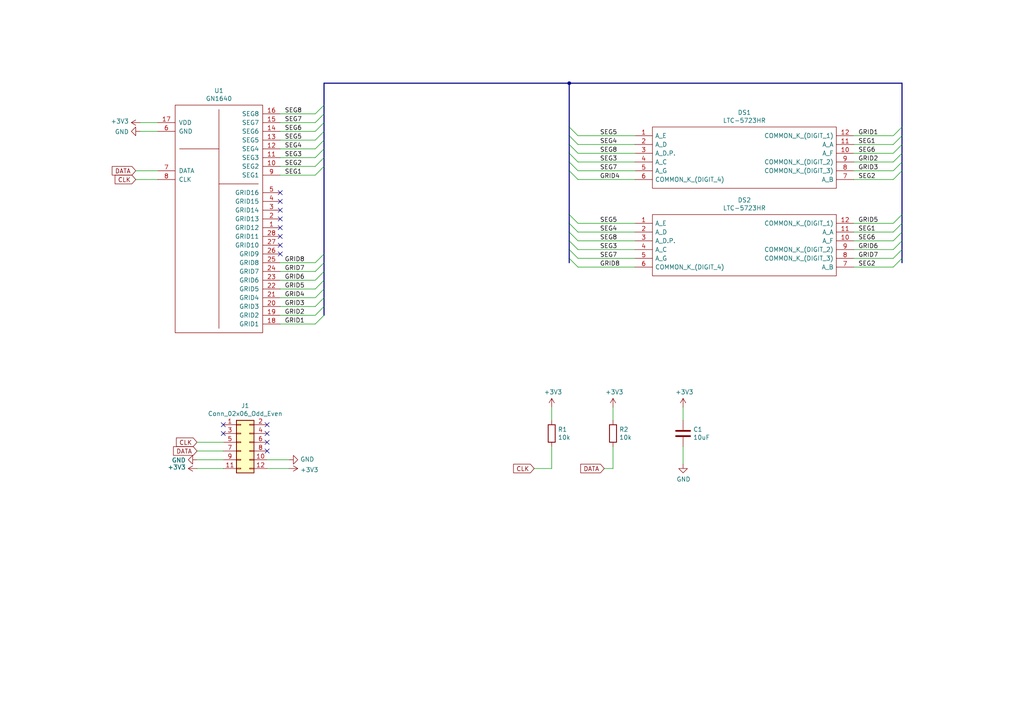
<source format=kicad_sch>
(kicad_sch (version 20211123) (generator eeschema)
  (paper "A4")
  (lib_symbols
    (symbol "Connector_Generic:Conn_02x06_Odd_Even" (pin_names (offset 1.016) hide)
      (property "Reference" "J" (at 1.27 7.62 0))
      (property "Value" "Conn_02x06_Odd_Even" (at 1.27 -10.16 0))
      (symbol "Conn_02x06_Odd_Even_1_1"
        (rectangle (start -1.27 -7.493) (end 0 -7.747) (stroke (width 0.1524)))
        (rectangle (start -1.27 -4.953) (end 0 -5.207) (stroke (width 0.1524)))
        (rectangle (start -1.27 -2.413) (end 0 -2.667) (stroke (width 0.1524)))
        (rectangle (start -1.27 0.127) (end 0 -0.127) (stroke (width 0.1524)))
        (rectangle (start -1.27 2.667) (end 0 2.413) (stroke (width 0.1524)))
        (rectangle (start -1.27 5.207) (end 0 4.953) (stroke (width 0.1524)))
        (rectangle (start -1.27 6.35) (end 3.81 -8.89) (stroke (width 0.254)) (fill (type background)))
        (rectangle (start 3.81 -7.493) (end 2.54 -7.747) (stroke (width 0.1524)))
        (rectangle (start 3.81 -4.953) (end 2.54 -5.207) (stroke (width 0.1524)))
        (rectangle (start 3.81 -2.413) (end 2.54 -2.667) (stroke (width 0.1524)))
        (rectangle (start 3.81 0.127) (end 2.54 -0.127) (stroke (width 0.1524)))
        (rectangle (start 3.81 2.667) (end 2.54 2.413) (stroke (width 0.1524)))
        (rectangle (start 3.81 5.207) (end 2.54 4.953) (stroke (width 0.1524)))
        (pin passive line (at -5.08 5.08 0) (length 3.81) (name "Pin_1") (number "1"))
        (pin passive line (at 7.62 -5.08 180) (length 3.81) (name "Pin_10") (number "10"))
        (pin passive line (at -5.08 -7.62 0) (length 3.81) (name "Pin_11") (number "11"))
        (pin passive line (at 7.62 -7.62 180) (length 3.81) (name "Pin_12") (number "12"))
        (pin passive line (at 7.62 5.08 180) (length 3.81) (name "Pin_2") (number "2"))
        (pin passive line (at -5.08 2.54 0) (length 3.81) (name "Pin_3") (number "3"))
        (pin passive line (at 7.62 2.54 180) (length 3.81) (name "Pin_4") (number "4"))
        (pin passive line (at -5.08 0 0) (length 3.81) (name "Pin_5") (number "5"))
        (pin passive line (at 7.62 0 180) (length 3.81) (name "Pin_6") (number "6"))
        (pin passive line (at -5.08 -2.54 0) (length 3.81) (name "Pin_7") (number "7"))
        (pin passive line (at 7.62 -2.54 180) (length 3.81) (name "Pin_8") (number "8"))
        (pin passive line (at -5.08 -5.08 0) (length 3.81) (name "Pin_9") (number "9"))
      )
    )
    (symbol "Device:C" (pin_numbers hide) (pin_names (offset 0.254))
      (property "Reference" "C" (at 0.635 2.54 0))
      (property "Value" "C" (at 0.635 -2.54 0))
      (symbol "C_0_1"
        (polyline (pts (xy -2.032 -0.762) (xy 2.032 -0.762)) (stroke (width 0.508)))
        (polyline (pts (xy -2.032 0.762) (xy 2.032 0.762)) (stroke (width 0.508)))
      )
      (symbol "C_1_1"
        (pin passive line (at 0 3.81 270) (length 2.794) (name "~") (number "1"))
        (pin passive line (at 0 -3.81 90) (length 2.794) (name "~") (number "2"))
      )
    )
    (symbol "Device:R" (pin_numbers hide) (pin_names (offset 0))
      (property "Reference" "R" (at 2.032 0 90))
      (property "Value" "R" (at 0 0 90))
      (symbol "R_0_1"
        (rectangle (start -1.016 -2.54) (end 1.016 2.54) (stroke (width 0.254)))
      )
      (symbol "R_1_1"
        (pin passive line (at 0 3.81 270) (length 1.27) (name "~") (number "1"))
        (pin passive line (at 0 -3.81 90) (length 1.27) (name "~") (number "2"))
      )
    )
    (symbol "JJH_Library:GN1640" (pin_names (offset 1.016))
      (property "Reference" "U" (at 11.43 -27.94 0))
      (property "Value" "JJH_Library_GN1640" (at 0 40.64 0))
      (symbol "GN1640_0_1"
        (rectangle (start 0 16.51) (end 11.43 16.51))
        (rectangle (start 0 26.67) (end -11.43 26.67))
        (rectangle (start 0 38.1) (end 0 -25.4))
        (rectangle (start 12.7 39.37) (end -12.7 -26.67))
      )
      (symbol "GN1640_1_1"
        (pin output line (at 17.78 3.81 180) (length 5.08) (name "GRID12") (number "1"))
        (pin output line (at 17.78 21.59 180) (length 5.08) (name "SEG2") (number "10"))
        (pin output line (at 17.78 24.13 180) (length 5.08) (name "SEG3") (number "11"))
        (pin output line (at 17.78 26.67 180) (length 5.08) (name "SEG4") (number "12"))
        (pin output line (at 17.78 29.21 180) (length 5.08) (name "SEG5") (number "13"))
        (pin output line (at 17.78 31.75 180) (length 5.08) (name "SEG6") (number "14"))
        (pin output line (at 17.78 34.29 180) (length 5.08) (name "SEG7") (number "15"))
        (pin output line (at 17.78 36.83 180) (length 5.08) (name "SEG8") (number "16"))
        (pin power_in line (at -17.78 34.29 0) (length 5.08) (name "VDD") (number "17"))
        (pin output line (at 17.78 -24.13 180) (length 5.08) (name "GRID1") (number "18"))
        (pin output line (at 17.78 -21.59 180) (length 5.08) (name "GRID2") (number "19"))
        (pin output line (at 17.78 6.35 180) (length 5.08) (name "GRID13") (number "2"))
        (pin output line (at 17.78 -19.05 180) (length 5.08) (name "GRID3") (number "20"))
        (pin output line (at 17.78 -16.51 180) (length 5.08) (name "GRID4") (number "21"))
        (pin output line (at 17.78 -13.97 180) (length 5.08) (name "GRID5") (number "22"))
        (pin output line (at 17.78 -11.43 180) (length 5.08) (name "GRID6") (number "23"))
        (pin output line (at 17.78 -8.89 180) (length 5.08) (name "GRID7") (number "24"))
        (pin output line (at 17.78 -6.35 180) (length 5.08) (name "GRID8") (number "25"))
        (pin output line (at 17.78 -3.81 180) (length 5.08) (name "GRID9") (number "26"))
        (pin output line (at 17.78 -1.27 180) (length 5.08) (name "GRID10") (number "27"))
        (pin output line (at 17.78 1.27 180) (length 5.08) (name "GRID11") (number "28"))
        (pin output line (at 17.78 8.89 180) (length 5.08) (name "GRID14") (number "3"))
        (pin output line (at 17.78 11.43 180) (length 5.08) (name "GRID15") (number "4"))
        (pin output line (at 17.78 13.97 180) (length 5.08) (name "GRID16") (number "5"))
        (pin input line (at -17.78 31.75 0) (length 5.08) (name "GND") (number "6"))
        (pin input line (at -17.78 20.32 0) (length 5.08) (name "DATA") (number "7"))
        (pin input line (at -17.78 17.78 0) (length 5.08) (name "CLK") (number "8"))
        (pin output line (at 17.78 19.05 180) (length 5.08) (name "SEG1") (number "9"))
      )
    )
    (symbol "JJH_Library:LTC-5723HR" (pin_names (offset 0.762))
      (property "Reference" "DS" (at 59.69 7.62 0))
      (property "Value" "JJH_Library_LTC-5723HR" (at 59.69 5.08 0))
      (symbol "LTC-5723HR_0_0"
        (pin passive line (at 0 0 0) (length 5.08) (name "A_E") (number "1"))
        (pin passive line (at 63.5 -5.08 180) (length 5.08) (name "A_F") (number "10"))
        (pin passive line (at 63.5 -2.54 180) (length 5.08) (name "A_A") (number "11"))
        (pin passive line (at 63.5 0 180) (length 5.08) (name "COMMON_K_(DIGIT_1)") (number "12"))
        (pin passive line (at 0 -2.54 0) (length 5.08) (name "A_D") (number "2"))
        (pin passive line (at 0 -5.08 0) (length 5.08) (name "A_D.P.") (number "3"))
        (pin passive line (at 0 -7.62 0) (length 5.08) (name "A_C") (number "4"))
        (pin passive line (at 0 -10.16 0) (length 5.08) (name "A_G") (number "5"))
        (pin passive line (at 0 -12.7 0) (length 5.08) (name "COMMON_K_(DIGIT_4)") (number "6"))
        (pin passive line (at 63.5 -12.7 180) (length 5.08) (name "A_B") (number "7"))
        (pin passive line (at 63.5 -10.16 180) (length 5.08) (name "COMMON_K_(DIGIT_3)") (number "8"))
        (pin passive line (at 63.5 -7.62 180) (length 5.08) (name "COMMON_K_(DIGIT_2)") (number "9"))
      )
      (symbol "LTC-5723HR_0_1"
        (polyline (pts (xy 5.08 2.54) (xy 58.42 2.54) (xy 58.42 -15.24) (xy 5.08 -15.24) (xy 5.08 2.54)) (stroke (width 0.1524)))
      )
    )
    (symbol "power:+3V3" (power) (pin_names (offset 0))
      (property "Value" "+3V3" (at 0 3.556 0))
      (symbol "+3V3_0_1"
        (polyline (pts (xy -0.762 1.27) (xy 0 2.54)))
        (polyline (pts (xy 0 0) (xy 0 2.54)))
        (polyline (pts (xy 0 2.54) (xy 0.762 1.27)))
      )
      (symbol "+3V3_1_1"
        (pin power_in line (at 0 0 90) (length 0) hide (name "+3V3") (number "1"))
      )
    )
    (symbol "power:GND" (power) (pin_names (offset 0))
      (property "Value" "GND" (at 0 -3.81 0))
      (symbol "GND_0_1"
        (polyline (pts (xy 0 0) (xy 0 -1.27) (xy 1.27 -1.27) (xy 0 -2.54) (xy -1.27 -1.27) (xy 0 -1.27)))
      )
      (symbol "GND_1_1"
        (pin power_in line (at 0 0 270) (length 0) hide (name "GND") (number "1"))
      )
    )
  )
  (junction (at 165.1 24.13))
  (no_connect (at 81.28 71.12))
  (no_connect (at 81.28 58.42))
  (no_connect (at 77.47 123.19))
  (no_connect (at 64.77 123.19))
  (no_connect (at 81.28 68.58))
  (no_connect (at 77.47 128.27))
  (no_connect (at 77.47 130.81))
  (no_connect (at 81.28 66.04))
  (no_connect (at 81.28 73.66))
  (no_connect (at 77.47 125.73))
  (no_connect (at 81.28 63.5))
  (no_connect (at 81.28 55.88))
  (no_connect (at 81.28 60.96))
  (no_connect (at 64.77 125.73))
  (bus_entry (at 93.98 48.26) (size -2.54 2.54))
  (bus_entry (at 165.1 36.83) (size 2.54 2.54))
  (bus_entry (at 259.08 41.91) (size 2.54 -2.54))
  (bus_entry (at 165.1 46.99) (size 2.54 2.54))
  (bus_entry (at 259.08 52.07) (size 2.54 -2.54))
  (bus_entry (at 93.98 35.56) (size -2.54 2.54))
  (bus_entry (at 259.08 74.93) (size 2.54 -2.54))
  (bus_entry (at 93.98 78.74) (size -2.54 2.54))
  (bus_entry (at 93.98 38.1) (size -2.54 2.54))
  (bus_entry (at 165.1 67.31) (size 2.54 2.54))
  (bus_entry (at 259.08 49.53) (size 2.54 -2.54))
  (bus_entry (at 165.1 41.91) (size 2.54 2.54))
  (bus_entry (at 259.08 39.37) (size 2.54 -2.54))
  (bus_entry (at 165.1 64.77) (size 2.54 2.54))
  (bus_entry (at 93.98 81.28) (size -2.54 2.54))
  (bus_entry (at 259.08 69.85) (size 2.54 -2.54))
  (bus_entry (at 93.98 40.64) (size -2.54 2.54))
  (bus_entry (at 93.98 33.02) (size -2.54 2.54))
  (bus_entry (at 93.98 73.66) (size -2.54 2.54))
  (bus_entry (at 93.98 76.2) (size -2.54 2.54))
  (bus_entry (at 93.98 83.82) (size -2.54 2.54))
  (bus_entry (at 165.1 62.23) (size 2.54 2.54))
  (bus_entry (at 259.08 77.47) (size 2.54 -2.54))
  (bus_entry (at 259.08 67.31) (size 2.54 -2.54))
  (bus_entry (at 165.1 44.45) (size 2.54 2.54))
  (bus_entry (at 259.08 72.39) (size 2.54 -2.54))
  (bus_entry (at 259.08 64.77) (size 2.54 -2.54))
  (bus_entry (at 165.1 49.53) (size 2.54 2.54))
  (bus_entry (at 93.98 43.18) (size -2.54 2.54))
  (bus_entry (at 259.08 46.99) (size 2.54 -2.54))
  (bus_entry (at 93.98 45.72) (size -2.54 2.54))
  (bus_entry (at 259.08 44.45) (size 2.54 -2.54))
  (bus_entry (at 165.1 69.85) (size 2.54 2.54))
  (bus_entry (at 165.1 72.39) (size 2.54 2.54))
  (bus_entry (at 93.98 91.44) (size -2.54 2.54))
  (bus_entry (at 93.98 86.36) (size -2.54 2.54))
  (bus_entry (at 93.98 88.9) (size -2.54 2.54))
  (bus_entry (at 165.1 74.93) (size 2.54 2.54))
  (bus_entry (at 93.98 30.48) (size -2.54 2.54))
  (bus_entry (at 165.1 39.37) (size 2.54 2.54))
  (bus (pts (xy 261.62 39.37) (xy 261.62 41.91)))
  (wire (pts (xy 247.65 67.31) (xy 259.08 67.31)))
  (bus (pts (xy 261.62 49.53) (xy 261.62 62.23)))
  (bus (pts (xy 261.62 67.31) (xy 261.62 69.85)))
  (bus (pts (xy 93.98 73.66) (xy 93.98 76.2)))
  (bus (pts (xy 261.62 69.85) (xy 261.62 72.39)))
  (bus (pts (xy 93.98 43.18) (xy 93.98 45.72)))
  (bus (pts (xy 165.1 74.93) (xy 165.1 76.2)))
  (bus (pts (xy 261.62 72.39) (xy 261.62 74.93)))
  (bus (pts (xy 261.62 41.91) (xy 261.62 44.45)))
  (wire (pts (xy 177.8 135.89) (xy 177.8 129.54)))
  (wire (pts (xy 160.02 121.92) (xy 160.02 118.11)))
  (wire (pts (xy 81.28 33.02) (xy 91.44 33.02)))
  (wire (pts (xy 81.28 88.9) (xy 91.44 88.9)))
  (wire (pts (xy 64.77 130.81) (xy 57.15 130.81)))
  (wire (pts (xy 184.15 46.99) (xy 167.64 46.99)))
  (bus (pts (xy 165.1 46.99) (xy 165.1 49.53)))
  (wire (pts (xy 160.02 129.54) (xy 160.02 135.89)))
  (wire (pts (xy 91.44 45.72) (xy 81.28 45.72)))
  (bus (pts (xy 93.98 86.36) (xy 93.98 88.9)))
  (wire (pts (xy 198.12 129.54) (xy 198.12 134.62)))
  (bus (pts (xy 93.98 81.28) (xy 93.98 83.82)))
  (wire (pts (xy 175.26 135.89) (xy 177.8 135.89)))
  (wire (pts (xy 259.08 39.37) (xy 247.65 39.37)))
  (wire (pts (xy 198.12 121.92) (xy 198.12 118.11)))
  (bus (pts (xy 165.1 72.39) (xy 165.1 74.93)))
  (bus (pts (xy 165.1 36.83) (xy 165.1 39.37)))
  (bus (pts (xy 93.98 83.82) (xy 93.98 86.36)))
  (wire (pts (xy 259.08 69.85) (xy 247.65 69.85)))
  (wire (pts (xy 247.65 46.99) (xy 259.08 46.99)))
  (wire (pts (xy 247.65 52.07) (xy 259.08 52.07)))
  (bus (pts (xy 165.1 39.37) (xy 165.1 41.91)))
  (bus (pts (xy 165.1 67.31) (xy 165.1 69.85)))
  (wire (pts (xy 91.44 86.36) (xy 81.28 86.36)))
  (wire (pts (xy 77.47 135.89) (xy 83.82 135.89)))
  (wire (pts (xy 81.28 43.18) (xy 91.44 43.18)))
  (wire (pts (xy 91.44 35.56) (xy 81.28 35.56)))
  (wire (pts (xy 39.37 52.07) (xy 45.72 52.07)))
  (bus (pts (xy 93.98 88.9) (xy 93.98 91.44)))
  (bus (pts (xy 165.1 41.91) (xy 165.1 44.45)))
  (bus (pts (xy 93.98 35.56) (xy 93.98 38.1)))
  (wire (pts (xy 259.08 44.45) (xy 247.65 44.45)))
  (wire (pts (xy 83.82 133.35) (xy 77.47 133.35)))
  (wire (pts (xy 167.64 44.45) (xy 184.15 44.45)))
  (wire (pts (xy 81.28 38.1) (xy 91.44 38.1)))
  (wire (pts (xy 167.64 39.37) (xy 184.15 39.37)))
  (bus (pts (xy 93.98 38.1) (xy 93.98 40.64)))
  (wire (pts (xy 184.15 67.31) (xy 167.64 67.31)))
  (bus (pts (xy 93.98 40.64) (xy 93.98 43.18)))
  (wire (pts (xy 177.8 121.92) (xy 177.8 118.11)))
  (wire (pts (xy 91.44 50.8) (xy 81.28 50.8)))
  (bus (pts (xy 261.62 36.83) (xy 261.62 39.37)))
  (bus (pts (xy 165.1 44.45) (xy 165.1 46.99)))
  (wire (pts (xy 247.65 72.39) (xy 259.08 72.39)))
  (wire (pts (xy 160.02 135.89) (xy 154.94 135.89)))
  (wire (pts (xy 45.72 49.53) (xy 39.37 49.53)))
  (wire (pts (xy 259.08 64.77) (xy 247.65 64.77)))
  (bus (pts (xy 93.98 24.13) (xy 93.98 30.48)))
  (bus (pts (xy 165.1 49.53) (xy 165.1 62.23)))
  (wire (pts (xy 91.44 40.64) (xy 81.28 40.64)))
  (wire (pts (xy 57.15 133.35) (xy 64.77 133.35)))
  (wire (pts (xy 45.72 35.56) (xy 40.64 35.56)))
  (bus (pts (xy 93.98 45.72) (xy 93.98 48.26)))
  (bus (pts (xy 93.98 30.48) (xy 93.98 33.02)))
  (wire (pts (xy 167.64 69.85) (xy 184.15 69.85)))
  (wire (pts (xy 81.28 76.2) (xy 91.44 76.2)))
  (wire (pts (xy 184.15 41.91) (xy 167.64 41.91)))
  (bus (pts (xy 165.1 64.77) (xy 165.1 67.31)))
  (wire (pts (xy 81.28 78.74) (xy 91.44 78.74)))
  (bus (pts (xy 261.62 64.77) (xy 261.62 67.31)))
  (bus (pts (xy 165.1 24.13) (xy 261.62 24.13)))
  (bus (pts (xy 261.62 74.93) (xy 261.62 76.2)))
  (wire (pts (xy 167.64 49.53) (xy 184.15 49.53)))
  (wire (pts (xy 247.65 41.91) (xy 259.08 41.91)))
  (bus (pts (xy 165.1 69.85) (xy 165.1 72.39)))
  (wire (pts (xy 91.44 81.28) (xy 81.28 81.28)))
  (wire (pts (xy 81.28 48.26) (xy 91.44 48.26)))
  (bus (pts (xy 261.62 24.13) (xy 261.62 36.83)))
  (wire (pts (xy 184.15 77.47) (xy 167.64 77.47)))
  (bus (pts (xy 261.62 62.23) (xy 261.62 64.77)))
  (bus (pts (xy 93.98 76.2) (xy 93.98 78.74)))
  (bus (pts (xy 93.98 33.02) (xy 93.98 35.56)))
  (wire (pts (xy 259.08 49.53) (xy 247.65 49.53)))
  (wire (pts (xy 247.65 77.47) (xy 259.08 77.47)))
  (bus (pts (xy 93.98 78.74) (xy 93.98 81.28)))
  (wire (pts (xy 91.44 93.98) (xy 81.28 93.98)))
  (wire (pts (xy 167.64 64.77) (xy 184.15 64.77)))
  (wire (pts (xy 167.64 74.93) (xy 184.15 74.93)))
  (wire (pts (xy 64.77 135.89) (xy 57.15 135.89)))
  (bus (pts (xy 93.98 48.26) (xy 93.98 73.66)))
  (wire (pts (xy 184.15 72.39) (xy 167.64 72.39)))
  (wire (pts (xy 81.28 83.82) (xy 91.44 83.82)))
  (bus (pts (xy 165.1 24.13) (xy 165.1 36.83)))
  (bus (pts (xy 261.62 44.45) (xy 261.62 46.99)))
  (wire (pts (xy 184.15 52.07) (xy 167.64 52.07)))
  (wire (pts (xy 259.08 74.93) (xy 247.65 74.93)))
  (wire (pts (xy 64.77 128.27) (xy 57.15 128.27)))
  (bus (pts (xy 261.62 46.99) (xy 261.62 49.53)))
  (wire (pts (xy 91.44 91.44) (xy 81.28 91.44)))
  (wire (pts (xy 40.64 38.1) (xy 45.72 38.1)))
  (bus (pts (xy 165.1 62.23) (xy 165.1 64.77)))
  (bus (pts (xy 93.98 24.13) (xy 165.1 24.13)))
  (label "GRID4" (at 82.55 86.36 0))
  (label "SEG3" (at 173.99 46.99 0))
  (label "GRID7" (at 82.55 78.74 0))
  (label "SEG5" (at 173.99 39.37 0))
  (label "GRID6" (at 82.55 81.28 0))
  (label "SEG3" (at 173.99 72.39 0))
  (label "SEG8" (at 173.99 69.85 0))
  (label "SEG3" (at 82.55 45.72 0))
  (label "GRID4" (at 173.99 52.07 0))
  (label "GRID1" (at 248.92 39.37 0))
  (label "SEG1" (at 82.55 50.8 0))
  (label "SEG2" (at 82.55 48.26 0))
  (label "GRID5" (at 82.55 83.82 0))
  (label "SEG7" (at 173.99 74.93 0))
  (label "GRID3" (at 82.55 88.9 0))
  (label "SEG4" (at 82.55 43.18 0))
  (label "GRID2" (at 248.92 46.99 0))
  (label "GRID1" (at 82.55 93.98 0))
  (label "SEG4" (at 173.99 67.31 0))
  (label "GRID5" (at 248.92 64.77 0))
  (label "SEG2" (at 248.92 52.07 0))
  (label "SEG8" (at 82.55 33.02 0))
  (label "SEG4" (at 173.99 41.91 0))
  (label "SEG1" (at 248.92 67.31 0))
  (label "SEG7" (at 173.99 49.53 0))
  (label "GRID3" (at 248.92 49.53 0))
  (label "GRID8" (at 173.99 77.47 0))
  (label "SEG7" (at 82.55 35.56 0))
  (label "SEG5" (at 173.99 64.77 0))
  (label "SEG5" (at 82.55 40.64 0))
  (label "GRID7" (at 248.92 74.93 0))
  (label "SEG6" (at 248.92 69.85 0))
  (label "SEG1" (at 248.92 41.91 0))
  (label "SEG6" (at 248.92 44.45 0))
  (label "SEG6" (at 82.55 38.1 0))
  (label "GRID6" (at 248.92 72.39 0))
  (label "GRID2" (at 82.55 91.44 0))
  (label "SEG2" (at 248.92 77.47 0))
  (label "GRID8" (at 82.55 76.2 0))
  (label "SEG8" (at 173.99 44.45 0))
  (global_label "DATA" (shape input) (at 175.26 135.89 180) (property "Intersheet References" "${INTERSHEET_REFS}" (effects hide)))
  (global_label "CLK" (shape input) (at 154.94 135.89 180) (property "Intersheet References" "${INTERSHEET_REFS}" (effects hide)))
  (global_label "CLK" (shape input) (at 39.37 52.07 180) (property "Intersheet References" "${INTERSHEET_REFS}" (effects hide)))
  (global_label "DATA" (shape input) (at 39.37 49.53 180) (property "Intersheet References" "${INTERSHEET_REFS}" (effects hide)))
  (global_label "CLK" (shape input) (at 57.15 128.27 180) (property "Intersheet References" "${INTERSHEET_REFS}" (effects hide)))
  (global_label "DATA" (shape input) (at 57.15 130.81 180) (property "Intersheet References" "${INTERSHEET_REFS}" (effects hide)))
  (symbol (lib_id "JJH_Library:GN1640") (at 63.5 69.85 0) (unit 1)
    (property "Reference" "U1" (at 63.5 26.289 0))
    (property "Value" "GN1640" (at 63.5 28.6004 0))
    (property "Footprint" "jjh:TM1640" (effects hide))
    (property "Datasheet" "https://datasheet.lcsc.com/lcsc/2009241905_GN-Semic-GN1640_C265478.pdf" (effects hide))
  )
  (symbol (lib_id "JJH_Library:LTC-5723HR") (at 184.15 39.37 0) (unit 1)
    (property "Reference" "DS1" (at 215.9 32.639 0))
    (property "Value" "LTC-5723HR" (at 215.9 34.9504 0))
    (property "Footprint" "DIP1524W75P254L5030H825Q12N" (effects hide))
    (property "Datasheet" "https://componentsearchengine.com/Datasheets/1/LTC-5723HR.pdf" (effects hide))
    (property "Description" "LED Displays & Accessories 4 Digit, Red" (effects hide))
    (property "Height" "8.25" (effects hide))
    (property "Mouser Part Number" "859-LTC-5723HR" (effects hide))
    (property "Mouser Price/Stock" "https://www.mouser.co.uk/ProductDetail/Lite-On/LTC-5723HR?qs=WxFF5lh7QM2ytJdX1EhJKQ%3D%3D" (effects hide))
    (property "Manufacturer_Name" "Lite-On" (effects hide))
    (property "Manufacturer_Part_Number" "LTC-5723HR" (effects hide))
  )
  (symbol (lib_id "JJH_Library:LTC-5723HR") (at 184.15 64.77 0) (unit 1)
    (property "Reference" "DS2" (at 215.9 58.039 0))
    (property "Value" "LTC-5723HR" (at 215.9 60.3504 0))
    (property "Footprint" "DIP1524W75P254L5030H825Q12N" (effects hide))
    (property "Datasheet" "https://componentsearchengine.com/Datasheets/1/LTC-5723HR.pdf" (effects hide))
    (property "Description" "LED Displays & Accessories 4 Digit, Red" (effects hide))
    (property "Height" "8.25" (effects hide))
    (property "Mouser Part Number" "859-LTC-5723HR" (effects hide))
    (property "Mouser Price/Stock" "https://www.mouser.co.uk/ProductDetail/Lite-On/LTC-5723HR?qs=WxFF5lh7QM2ytJdX1EhJKQ%3D%3D" (effects hide))
    (property "Manufacturer_Name" "Lite-On" (effects hide))
    (property "Manufacturer_Part_Number" "LTC-5723HR" (effects hide))
  )
  (symbol (lib_id "Connector_Generic:Conn_02x06_Odd_Even") (at 69.85 128.27 0) (unit 1)
    (property "Reference" "J1" (at 71.12 117.6782 0))
    (property "Value" "Conn_02x06_Odd_Even" (at 71.12 119.9896 0))
    (property "Footprint" "Connector_PinHeader_2.54mm:PinHeader_2x06_P2.54mm_Vertical" (effects hide))
  )
  (symbol (lib_id "power:GND") (at 57.15 133.35 270) (unit 1)
    (property "Reference" "#PWR0101" (effects hide))
    (property "Value" "GND" (at 53.8988 133.477 90) (effects (justify right)))
  )
  (symbol (lib_id "power:GND") (at 83.82 133.35 90) (unit 1)
    (property "Reference" "#PWR0102" (effects hide))
    (property "Value" "GND" (at 87.0712 133.223 90) (effects (justify right)))
  )
  (symbol (lib_id "power:+3V3") (at 83.82 135.89 270) (unit 1)
    (property "Reference" "#PWR0103" (effects hide))
    (property "Value" "+3V3" (at 87.0712 136.271 90) (effects (justify left)))
  )
  (symbol (lib_id "power:+3V3") (at 57.15 135.89 90) (unit 1)
    (property "Reference" "#PWR0104" (effects hide))
    (property "Value" "+3V3" (at 53.8988 135.509 90) (effects (justify left)))
  )
  (symbol (lib_id "power:+3V3") (at 40.64 35.56 90) (unit 1)
    (property "Reference" "#PWR0105" (effects hide))
    (property "Value" "+3V3" (at 37.3888 35.179 90) (effects (justify left)))
  )
  (symbol (lib_id "power:GND") (at 40.64 38.1 270) (unit 1)
    (property "Reference" "#PWR0106" (effects hide))
    (property "Value" "GND" (at 37.3888 38.227 90) (effects (justify right)))
  )
  (symbol (lib_id "Device:R") (at 160.02 125.73 0) (unit 1)
    (property "Reference" "R1" (at 161.798 124.5616 0) (effects (justify left)))
    (property "Value" "10k" (at 161.798 126.873 0) (effects (justify left)))
    (property "Footprint" "Resistor_SMD:R_0603_1608Metric" (effects hide))
  )
  (symbol (lib_id "Device:R") (at 177.8 125.73 0) (unit 1)
    (property "Reference" "R2" (at 179.578 124.5616 0) (effects (justify left)))
    (property "Value" "10k" (at 179.578 126.873 0) (effects (justify left)))
    (property "Footprint" "Resistor_SMD:R_0603_1608Metric" (effects hide))
  )
  (symbol (lib_id "Device:C") (at 198.12 125.73 0) (unit 1)
    (property "Reference" "C1" (at 201.041 124.5616 0) (effects (justify left)))
    (property "Value" "10uF" (at 201.041 126.873 0) (effects (justify left)))
    (property "Footprint" "Resistor_SMD:R_0603_1608Metric" (effects hide))
  )
  (symbol (lib_id "power:+3V3") (at 160.02 118.11 0) (unit 1)
    (property "Reference" "#PWR0107" (effects hide))
    (property "Value" "+3V3" (at 160.401 113.7158 0))
  )
  (symbol (lib_id "power:+3V3") (at 177.8 118.11 0) (unit 1)
    (property "Reference" "#PWR0108" (effects hide))
    (property "Value" "+3V3" (at 178.181 113.7158 0))
  )
  (symbol (lib_id "power:+3V3") (at 198.12 118.11 0) (unit 1)
    (property "Reference" "#PWR0109" (effects hide))
    (property "Value" "+3V3" (at 198.501 113.7158 0))
  )
  (symbol (lib_id "power:GND") (at 198.12 134.62 0) (unit 1)
    (property "Reference" "#PWR0110" (effects hide))
    (property "Value" "GND" (at 198.247 139.0142 0))
  )
)
</source>
